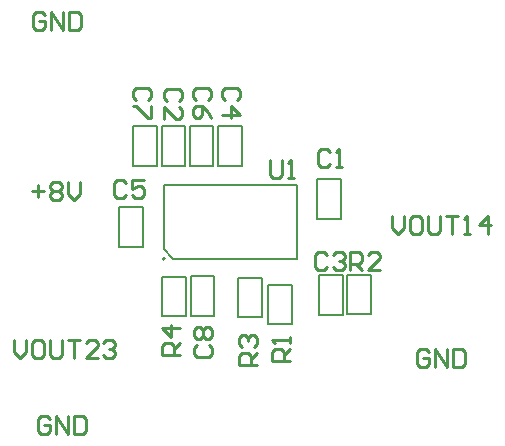
<source format=gto>
G04*
G04 #@! TF.GenerationSoftware,Altium Limited,Altium Designer,23.3.1 (30)*
G04*
G04 Layer_Color=65535*
%FSLAX44Y44*%
%MOMM*%
G71*
G04*
G04 #@! TF.SameCoordinates,88914B4D-56C6-40B9-BAF4-16A5A3F371A8*
G04*
G04*
G04 #@! TF.FilePolarity,Positive*
G04*
G01*
G75*
%ADD10C,0.2000*%
%ADD11C,0.2540*%
D10*
X217000Y225250D02*
G03*
X217000Y225250I-1000J0D01*
G01*
X304340Y203260D02*
X324660D01*
X304340Y170383D02*
Y203260D01*
Y170383D02*
X324660Y170240D01*
Y203260D01*
X214450Y303500D02*
Y337509D01*
Y303500D02*
X234150D01*
Y337296D01*
X214450Y337509D02*
X234150Y337296D01*
X391910Y178240D02*
Y211260D01*
X371590Y178383D02*
X391910Y178240D01*
X371590Y178383D02*
Y211260D01*
X391910D01*
X367550Y177741D02*
Y211750D01*
X347850D02*
X367550D01*
X347850Y177954D02*
Y211750D01*
Y177954D02*
X367550Y177741D01*
X258800Y176491D02*
Y210500D01*
X239100D02*
X258800D01*
X239100Y176704D02*
Y210500D01*
Y176704D02*
X258800Y176491D01*
X235160Y176990D02*
Y210010D01*
X214840Y177133D02*
X235160Y176990D01*
X214840Y177133D02*
Y210010D01*
X235160D01*
X178450Y235500D02*
Y269509D01*
Y235500D02*
X198150D01*
Y269296D01*
X178450Y269509D02*
X198150Y269296D01*
X258050Y303491D02*
Y337500D01*
X238350D02*
X258050D01*
X238350Y303704D02*
Y337500D01*
Y303704D02*
X258050Y303491D01*
X282050D02*
Y337500D01*
X262350D02*
X282050D01*
X262350Y303704D02*
Y337500D01*
Y303704D02*
X282050Y303491D01*
X216000Y233500D02*
X224250Y225250D01*
X328500D01*
Y287750D01*
X216000D02*
X328500D01*
X216000Y233500D02*
Y287750D01*
X210050Y303491D02*
Y337500D01*
X190350D02*
X210050D01*
X190350Y303704D02*
Y337500D01*
Y303704D02*
X210050Y303491D01*
X365800Y258741D02*
Y292750D01*
X346100D02*
X365800D01*
X346100Y258954D02*
Y292750D01*
Y258954D02*
X365800Y258741D01*
X279090Y209260D02*
X299410D01*
X279090Y176383D02*
Y209260D01*
Y176383D02*
X299410Y176240D01*
Y209260D01*
D11*
X104437Y282500D02*
X114593D01*
X109515Y287578D02*
Y277422D01*
X119672Y287578D02*
X122211Y290117D01*
X127289D01*
X129828Y287578D01*
Y285039D01*
X127289Y282500D01*
X129828Y279961D01*
Y277422D01*
X127289Y274883D01*
X122211D01*
X119672Y277422D01*
Y279961D01*
X122211Y282500D01*
X119672Y285039D01*
Y287578D01*
X122211Y282500D02*
X127289D01*
X134907Y290117D02*
Y279961D01*
X139985Y274883D01*
X145063Y279961D01*
Y290117D01*
X115343Y432078D02*
X112804Y434618D01*
X107726D01*
X105187Y432078D01*
Y421922D01*
X107726Y419383D01*
X112804D01*
X115343Y421922D01*
Y427000D01*
X110265D01*
X120422Y419383D02*
Y434618D01*
X130578Y419383D01*
Y434618D01*
X135657D02*
Y419383D01*
X143274D01*
X145813Y421922D01*
Y432078D01*
X143274Y434618D01*
X135657D01*
X440843Y146328D02*
X438304Y148868D01*
X433226D01*
X430687Y146328D01*
Y136172D01*
X433226Y133632D01*
X438304D01*
X440843Y136172D01*
Y141250D01*
X435765D01*
X445922Y133632D02*
Y148868D01*
X456078Y133632D01*
Y148868D01*
X461157D02*
Y133632D01*
X468774D01*
X471313Y136172D01*
Y146328D01*
X468774Y148868D01*
X461157D01*
X120101Y89728D02*
X117562Y92267D01*
X112483D01*
X109944Y89728D01*
Y79571D01*
X112483Y77032D01*
X117562D01*
X120101Y79571D01*
Y84649D01*
X115022D01*
X125179Y77032D02*
Y92267D01*
X135336Y77032D01*
Y92267D01*
X140414D02*
Y77032D01*
X148032D01*
X150571Y79571D01*
Y89728D01*
X148032Y92267D01*
X140414D01*
X409604Y261367D02*
Y251211D01*
X414682Y246133D01*
X419760Y251211D01*
Y261367D01*
X432456D02*
X427378D01*
X424839Y258828D01*
Y248672D01*
X427378Y246133D01*
X432456D01*
X434995Y248672D01*
Y258828D01*
X432456Y261367D01*
X440074D02*
Y248672D01*
X442613Y246133D01*
X447691D01*
X450230Y248672D01*
Y261367D01*
X455309D02*
X465466D01*
X460387D01*
Y246133D01*
X470544D02*
X475622D01*
X473083D01*
Y261367D01*
X470544Y258828D01*
X490857Y246133D02*
Y261367D01*
X483240Y253750D01*
X493396D01*
X88834Y156868D02*
Y146711D01*
X93912Y141632D01*
X98991Y146711D01*
Y156868D01*
X111687D02*
X106608D01*
X104069Y154328D01*
Y144172D01*
X106608Y141632D01*
X111687D01*
X114226Y144172D01*
Y154328D01*
X111687Y156868D01*
X119304D02*
Y144172D01*
X121843Y141632D01*
X126922D01*
X129461Y144172D01*
Y156868D01*
X134539D02*
X144696D01*
X139618D01*
Y141632D01*
X159931D02*
X149774D01*
X159931Y151789D01*
Y154328D01*
X157392Y156868D01*
X152313D01*
X149774Y154328D01*
X165009D02*
X167549Y156868D01*
X172627D01*
X175166Y154328D01*
Y151789D01*
X172627Y149250D01*
X170088D01*
X172627D01*
X175166Y146711D01*
Y144172D01*
X172627Y141632D01*
X167549D01*
X165009Y144172D01*
X323117Y138593D02*
X307882D01*
Y146211D01*
X310422Y148750D01*
X315500D01*
X318039Y146211D01*
Y138593D01*
Y143672D02*
X323117Y148750D01*
Y153828D02*
Y158907D01*
Y156368D01*
X307882D01*
X310422Y153828D01*
X229078Y358789D02*
X231618Y361328D01*
Y366407D01*
X229078Y368946D01*
X218922D01*
X216382Y366407D01*
Y361328D01*
X218922Y358789D01*
X216382Y343554D02*
Y353711D01*
X226539Y343554D01*
X229078D01*
X231618Y346093D01*
Y351172D01*
X229078Y353711D01*
X373554Y215632D02*
Y230868D01*
X381172D01*
X383711Y228328D01*
Y223250D01*
X381172Y220711D01*
X373554D01*
X378633D02*
X383711Y215632D01*
X398946D02*
X388789D01*
X398946Y225789D01*
Y228328D01*
X396407Y230868D01*
X391328D01*
X388789Y228328D01*
X354211Y228828D02*
X351672Y231367D01*
X346593D01*
X344054Y228828D01*
Y218672D01*
X346593Y216133D01*
X351672D01*
X354211Y218672D01*
X359289Y228828D02*
X361828Y231367D01*
X366907D01*
X369446Y228828D01*
Y226289D01*
X366907Y223750D01*
X364367D01*
X366907D01*
X369446Y221211D01*
Y218672D01*
X366907Y216133D01*
X361828D01*
X359289Y218672D01*
X244172Y152211D02*
X241632Y149672D01*
Y144593D01*
X244172Y142054D01*
X254328D01*
X256868Y144593D01*
Y149672D01*
X254328Y152211D01*
X244172Y157289D02*
X241632Y159828D01*
Y164907D01*
X244172Y167446D01*
X246711D01*
X249250Y164907D01*
X251789Y167446D01*
X254328D01*
X256868Y164907D01*
Y159828D01*
X254328Y157289D01*
X251789D01*
X249250Y159828D01*
X246711Y157289D01*
X244172D01*
X249250Y159828D02*
Y164907D01*
X229867Y144054D02*
X214632D01*
Y151672D01*
X217172Y154211D01*
X222250D01*
X224789Y151672D01*
Y144054D01*
Y149132D02*
X229867Y154211D01*
Y166907D02*
X214632D01*
X222250Y159289D01*
Y169446D01*
X184461Y289328D02*
X181922Y291868D01*
X176843D01*
X174304Y289328D01*
Y279172D01*
X176843Y276632D01*
X181922D01*
X184461Y279172D01*
X199696Y291868D02*
X189539D01*
Y284250D01*
X194618Y286789D01*
X197157D01*
X199696Y284250D01*
Y279172D01*
X197157Y276632D01*
X192078D01*
X189539Y279172D01*
X253578Y360039D02*
X256117Y362578D01*
Y367657D01*
X253578Y370196D01*
X243422D01*
X240882Y367657D01*
Y362578D01*
X243422Y360039D01*
X256117Y344804D02*
X253578Y349882D01*
X248500Y354961D01*
X243422D01*
X240882Y352422D01*
Y347343D01*
X243422Y344804D01*
X245961D01*
X248500Y347343D01*
Y354961D01*
X278328Y360039D02*
X280868Y362578D01*
Y367657D01*
X278328Y370196D01*
X268172D01*
X265632Y367657D01*
Y362578D01*
X268172Y360039D01*
X265632Y347343D02*
X280868D01*
X273250Y354961D01*
Y344804D01*
X305843Y308867D02*
Y296172D01*
X308382Y293633D01*
X313461D01*
X316000Y296172D01*
Y308867D01*
X321078Y293633D02*
X326157D01*
X323618D01*
Y308867D01*
X321078Y306328D01*
X202828Y359289D02*
X205368Y361828D01*
Y366907D01*
X202828Y369446D01*
X192672D01*
X190133Y366907D01*
Y361828D01*
X192672Y359289D01*
X205368Y354211D02*
Y344054D01*
X202828D01*
X192672Y354211D01*
X190133D01*
X356500Y315328D02*
X353961Y317868D01*
X348882D01*
X346343Y315328D01*
Y305172D01*
X348882Y302633D01*
X353961D01*
X356500Y305172D01*
X361578Y302633D02*
X366657D01*
X364118D01*
Y317868D01*
X361578Y315328D01*
X295368Y135304D02*
X280132D01*
Y142922D01*
X282672Y145461D01*
X287750D01*
X290289Y142922D01*
Y135304D01*
Y140382D02*
X295368Y145461D01*
X282672Y150539D02*
X280132Y153078D01*
Y158157D01*
X282672Y160696D01*
X285211D01*
X287750Y158157D01*
Y155618D01*
Y158157D01*
X290289Y160696D01*
X292828D01*
X295368Y158157D01*
Y153078D01*
X292828Y150539D01*
M02*

</source>
